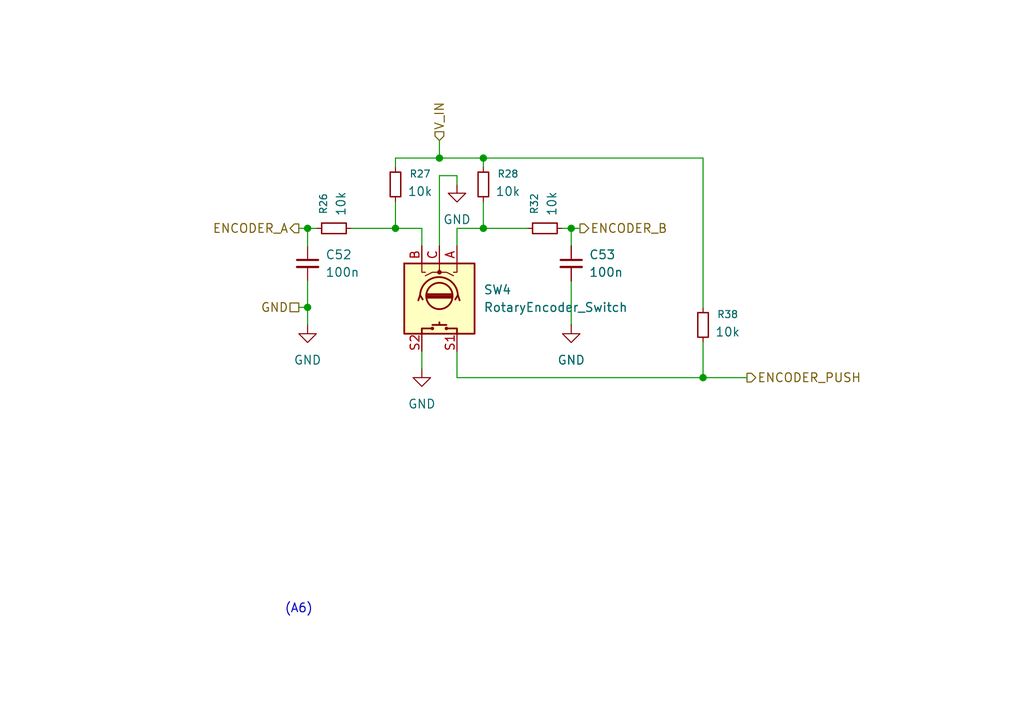
<source format=kicad_sch>
(kicad_sch (version 20250114) (generator "eeschema") (generator_version "9.0")
  (paper "User" 148 105)
  (lib_symbols
    (symbol "Device:C_Small" (pin_numbers (hide yes)) (pin_names (offset 0.254) (hide yes))
      (property "Reference" "C" (at 0.254 1.778 0))
      (property "Value" "C_Small" (at 0.254 -2.032 0))
      (symbol "C_Small_0_1"
        (polyline (pts (xy -1.524 0.508) (xy 1.524 0.508)) (stroke (width 0.3048)))
        (polyline (pts (xy -1.524 -0.508) (xy 1.524 -0.508)) (stroke (width 0.3302)))
      )
      (symbol "C_Small_1_1"
        (pin passive line (at 0 2.54 270) (length 2.032) (name "~") (number "1"))
        (pin passive line (at 0 -2.54 90) (length 2.032) (name "~") (number "2"))
      )
    )
    (symbol "Device:RotaryEncoder_Switch" (pin_names (offset 0.254) (hide yes))
      (property "Reference" "SW" (at 0 6.604 0))
      (property "Value" "RotaryEncoder_Switch" (at 0 -6.604 0))
      (symbol "RotaryEncoder_Switch_0_1"
        (rectangle (start -5.08 5.08) (end 5.08 -5.08) (stroke (width 0.254)) (fill (type background)))
        (polyline (pts (xy -5.08 2.54) (xy -3.81 2.54) (xy -3.81 2.032)))
        (polyline (pts (xy -5.08 0) (xy -3.81 0) (xy -3.81 -1.016) (xy -3.302 -2.032)))
        (polyline (pts (xy -5.08 -2.54) (xy -3.81 -2.54) (xy -3.81 -2.032)))
        (polyline (pts (xy -4.318 0) (xy -3.81 0) (xy -3.81 1.016) (xy -3.302 2.032)))
        (circle (center -3.81 0) (radius 0.254) (fill (type outline)))
        (polyline (pts (xy -0.635 -1.778) (xy -0.635 1.778)) (stroke (width 0.254)))
        (circle (center -0.381 0) (radius 1.905) (stroke (width 0.254)))
        (polyline (pts (xy -0.381 -1.778) (xy -0.381 1.778)) (stroke (width 0.254)))
        (arc (start -0.381 -2.794) (mid -3.0988 -0.0635) (end -0.381 2.667) (stroke (width 0.254)))
        (polyline (pts (xy -0.127 1.778) (xy -0.127 -1.778)) (stroke (width 0.254)))
        (polyline (pts (xy 0.254 2.921) (xy -0.508 2.667) (xy 0.127 2.286)) (stroke (width 0.254)))
        (polyline (pts (xy 0.254 -3.048) (xy -0.508 -2.794) (xy 0.127 -2.413)) (stroke (width 0.254)))
        (polyline (pts (xy 3.81 1.016) (xy 3.81 -1.016)) (stroke (width 0.254)))
        (polyline (pts (xy 3.81 0) (xy 3.429 0)) (stroke (width 0.254)))
        (circle (center 4.318 1.016) (radius 0.127) (stroke (width 0.254)))
        (circle (center 4.318 -1.016) (radius 0.127) (stroke (width 0.254)))
        (polyline (pts (xy 5.08 2.54) (xy 4.318 2.54) (xy 4.318 1.016)) (stroke (width 0.254)))
        (polyline (pts (xy 5.08 -2.54) (xy 4.318 -2.54) (xy 4.318 -1.016)) (stroke (width 0.254)))
      )
      (symbol "RotaryEncoder_Switch_1_1"
        (pin passive line (at -7.62 2.54 0) (length 2.54) (name "A") (number "A"))
        (pin passive line (at -7.62 0 0) (length 2.54) (name "C") (number "C"))
        (pin passive line (at -7.62 -2.54 0) (length 2.54) (name "B") (number "B"))
        (pin passive line (at 7.62 2.54 180) (length 2.54) (name "S1") (number "S1"))
        (pin passive line (at 7.62 -2.54 180) (length 2.54) (name "S2") (number "S2"))
      )
    )
    (symbol "R_Small_4" (pin_numbers (hide yes)) (pin_names (offset 0.254) (hide yes))
      (property "Reference" "R" (at 0 0 90))
      (property "Value" "R_Small" (at 1.778 0 90))
      (symbol "R_Small_4_0_1"
        (rectangle (start -0.762 1.778) (end 0.762 -1.778) (stroke (width 0.2032)))
      )
      (symbol "R_Small_4_1_1"
        (pin passive line (at 0 2.54 270) (length 0.762) (name "~") (number "1"))
        (pin passive line (at 0 -2.54 90) (length 0.762) (name "~") (number "2"))
      )
    )
    (symbol "power:GND" (power) (pin_numbers (hide yes)) (pin_names (offset 0) (hide yes))
      (property "Value" "GND" (at 0 -3.81 0))
      (symbol "GND_0_1"
        (polyline (pts (xy 0 0) (xy 0 -1.27) (xy 1.27 -1.27) (xy 0 -2.54) (xy -1.27 -1.27) (xy 0 -1.27)))
      )
      (symbol "GND_1_1"
        (pin power_in line (at 0 0 270) (length 0) (name "~") (number "1"))
      )
    )
  )
  (text "(A6)" (at 43.18 88.138 0) (effects (font (size 1.27 1.27))))
  (junction (at 44.45 44.45))
  (junction (at 57.15 33.02))
  (junction (at 44.45 33.02))
  (junction (at 69.85 33.02))
  (junction (at 82.55 33.02))
  (junction (at 101.6 54.61))
  (junction (at 63.5 22.86))
  (junction (at 69.85 22.86))
  (wire (pts (xy 66.04 25.4) (xy 66.04 26.67)))
  (wire (pts (xy 66.04 35.56) (xy 66.04 33.02)))
  (wire (pts (xy 66.04 25.4) (xy 63.5 25.4)))
  (wire (pts (xy 44.45 33.02) (xy 45.72 33.02)))
  (wire (pts (xy 101.6 54.61) (xy 66.04 54.61)))
  (wire (pts (xy 63.5 22.86) (xy 63.5 20.32)))
  (wire (pts (xy 63.5 25.4) (xy 63.5 35.56)))
  (wire (pts (xy 60.96 50.8) (xy 60.96 53.34)))
  (wire (pts (xy 82.55 33.02) (xy 82.55 35.56)))
  (wire (pts (xy 57.15 24.13) (xy 57.15 22.86)))
  (wire (pts (xy 82.55 40.64) (xy 82.55 46.99)))
  (wire (pts (xy 101.6 49.53) (xy 101.6 54.61)))
  (wire (pts (xy 82.55 33.02) (xy 83.82 33.02)))
  (wire (pts (xy 44.45 44.45) (xy 44.45 46.99)))
  (wire (pts (xy 66.04 33.02) (xy 69.85 33.02)))
  (wire (pts (xy 101.6 22.86) (xy 69.85 22.86)))
  (wire (pts (xy 50.8 33.02) (xy 57.15 33.02)))
  (wire (pts (xy 57.15 29.21) (xy 57.15 33.02)))
  (wire (pts (xy 44.45 33.02) (xy 44.45 35.56)))
  (wire (pts (xy 60.96 33.02) (xy 60.96 35.56)))
  (wire (pts (xy 69.85 24.13) (xy 69.85 22.86)))
  (wire (pts (xy 57.15 22.86) (xy 63.5 22.86)))
  (wire (pts (xy 66.04 54.61) (xy 66.04 50.8)))
  (wire (pts (xy 107.95 54.61) (xy 101.6 54.61)))
  (wire (pts (xy 44.45 40.64) (xy 44.45 44.45)))
  (wire (pts (xy 81.28 33.02) (xy 82.55 33.02)))
  (wire (pts (xy 43.18 33.02) (xy 44.45 33.02)))
  (wire (pts (xy 69.85 22.86) (xy 63.5 22.86)))
  (wire (pts (xy 69.85 33.02) (xy 76.2 33.02)))
  (wire (pts (xy 43.18 44.45) (xy 44.45 44.45)))
  (wire (pts (xy 101.6 44.45) (xy 101.6 22.86)))
  (wire (pts (xy 69.85 33.02) (xy 69.85 29.21)))
  (wire (pts (xy 57.15 33.02) (xy 60.96 33.02)))
  (hierarchical_label "ENCODER_A" (shape output) (at 43.18 33.02 180))
  (hierarchical_label "ENCODER_B" (shape output) (at 83.82 33.02 0))
  (hierarchical_label "GND" (shape passive) (at 43.18 44.45 180))
  (hierarchical_label "ENCODER_PUSH" (shape output) (at 107.95 54.61 0))
  (hierarchical_label "V_IN" (shape input) (at 63.5 20.32 90))
  (symbol (lib_name "R_Small_4") (lib_id "Device:R_Small") (at 57.15 26.67 0) (unit 1)
    (property "Reference" "R25" (at 60.706 25.146 0) (effects (font (size 1.016 1.016))))
    (property "Value" "10k" (at 60.706 27.686 0))
    (property "Description" "Resistor, small symbol" (effects (hide yes)))
    (instances (project "Tome" (path "" (reference "R27") (unit 1)) (path "" (reference "R25") (unit 1))))
  )
  (symbol (lib_id "power:GND") (at 60.96 53.34 0) (unit 1)
    (property "Reference" "#PWR079" (effects (hide yes)))
    (property "Value" "GND" (at 60.96 58.42 0))
    (property "Description" "Power symbol creates a global label with name \"GND\" , ground" (effects (hide yes)))
    (instances (project "Tome" (path "" (reference "#PWR084") (unit 1)) (path "" (reference "#PWR079") (unit 1))))
  )
  (symbol (lib_id "Device:RotaryEncoder_Switch") (at 63.5 43.18 270) (unit 1)
    (property "Reference" "SW6" (at 69.85 41.9099 90) (effects (justify left)))
    (property "Value" "RotaryEncoder_Switch" (at 69.85 44.4499 90) (effects (justify left)))
    (property "Description" "Rotary encoder, dual channel, incremental quadrate outputs, with switch" (effects (hide yes)))
    (instances (project "Tome" (path "" (reference "SW4") (unit 1)) (path "" (reference "SW6") (unit 1))))
  )
  (symbol (lib_name "R_Small_4") (lib_id "Device:R_Small") (at 48.26 33.02 90) (unit 1)
    (property "Reference" "R24" (at 46.736 29.464 0) (effects (font (size 1.016 1.016))))
    (property "Value" "10k" (at 49.276 29.464 0))
    (property "Description" "Resistor, small symbol" (effects (hide yes)))
    (instances (project "Tome" (path "" (reference "R26") (unit 1)) (path "" (reference "R24") (unit 1))))
  )
  (symbol (lib_id "power:GND") (at 82.55 46.99 0) (unit 1)
    (property "Reference" "#PWR082" (effects (hide yes)))
    (property "Value" "GND" (at 82.55 52.07 0))
    (property "Description" "Power symbol creates a global label with name \"GND\" , ground" (effects (hide yes)))
    (instances (project "Tome" (path "" (reference "#PWR087") (unit 1)) (path "" (reference "#PWR082") (unit 1))))
  )
  (symbol (lib_name "R_Small_4") (lib_id "Device:R_Small") (at 78.74 33.02 90) (unit 1)
    (property "Reference" "R36" (at 77.216 29.464 0) (effects (font (size 1.016 1.016))))
    (property "Value" "10k" (at 79.756 29.464 0))
    (property "Description" "Resistor, small symbol" (effects (hide yes)))
    (instances (project "Tome" (path "" (reference "R32") (unit 1)) (path "" (reference "R36") (unit 1))))
  )
  (symbol (lib_name "R_Small_4") (lib_id "Device:R_Small") (at 69.85 26.67 0) (unit 1)
    (property "Reference" "R35" (at 73.406 25.146 0) (effects (font (size 1.016 1.016))))
    (property "Value" "10k" (at 73.406 27.686 0))
    (property "Description" "Resistor, small symbol" (effects (hide yes)))
    (instances (project "Tome" (path "" (reference "R28") (unit 1)) (path "" (reference "R35") (unit 1))))
  )
  (symbol (lib_id "power:GND") (at 44.45 46.99 0) (unit 1)
    (property "Reference" "#PWR078" (effects (hide yes)))
    (property "Value" "GND" (at 44.45 52.07 0))
    (property "Description" "Power symbol creates a global label with name \"GND\" , ground" (effects (hide yes)))
    (instances (project "Tome" (path "" (reference "#PWR083") (unit 1)) (path "" (reference "#PWR078") (unit 1))))
  )
  (symbol (lib_id "power:GND") (at 66.04 26.67 0) (unit 1)
    (property "Reference" "#PWR081" (effects (hide yes)))
    (property "Value" "GND" (at 66.04 31.75 0))
    (property "Description" "Power symbol creates a global label with name \"GND\" , ground" (effects (hide yes)))
    (instances (project "Tome" (path "" (reference "#PWR086") (unit 1)) (path "" (reference "#PWR081") (unit 1))))
  )
  (symbol (lib_id "Device:C_Small") (at 82.55 38.1 0) (unit 1)
    (property "Reference" "C51" (at 85.09 36.8362 0) (effects (justify left)))
    (property "Value" "100n" (at 85.09 39.3762 0) (effects (justify left)))
    (property "Description" "Unpolarized capacitor, small symbol" (effects (hide yes)))
    (instances (project "Tome" (path "" (reference "C53") (unit 1)) (path "" (reference "C51") (unit 1))))
  )
  (symbol (lib_name "R_Small_4") (lib_id "Device:R_Small") (at 101.6 46.99 0) (unit 1)
    (property "Reference" "R37" (at 105.156 45.466 0) (effects (font (size 1.016 1.016))))
    (property "Value" "10k" (at 105.156 48.006 0))
    (property "Description" "Resistor, small symbol" (effects (hide yes)))
    (instances (project "Tome" (path "" (reference "R38") (unit 1)) (path "" (reference "R37") (unit 1))))
  )
  (symbol (lib_id "Device:C_Small") (at 44.45 38.1 0) (unit 1)
    (property "Reference" "C50" (at 46.99 36.8362 0) (effects (justify left)))
    (property "Value" "100n" (at 46.99 39.3762 0) (effects (justify left)))
    (property "Description" "Unpolarized capacitor, small symbol" (effects (hide yes)))
    (instances (project "Tome" (path "" (reference "C52") (unit 1)) (path "" (reference "C50") (unit 1))))
  )
)
</source>
